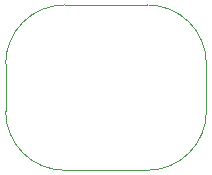
<source format=gbr>
%TF.GenerationSoftware,KiCad,Pcbnew,7.0.9*%
%TF.CreationDate,2024-07-21T15:20:36+08:00*%
%TF.ProjectId,DC-DC boost,44432d44-4320-4626-9f6f-73742e6b6963,rev?*%
%TF.SameCoordinates,Original*%
%TF.FileFunction,Profile,NP*%
%FSLAX46Y46*%
G04 Gerber Fmt 4.6, Leading zero omitted, Abs format (unit mm)*
G04 Created by KiCad (PCBNEW 7.0.9) date 2024-07-21 15:20:36*
%MOMM*%
%LPD*%
G01*
G04 APERTURE LIST*
%TA.AperFunction,Profile*%
%ADD10C,0.100000*%
%TD*%
G04 APERTURE END LIST*
D10*
X115000000Y-89000000D02*
G75*
G03*
X120000000Y-94000000I5000000J0D01*
G01*
X132000000Y-85000000D02*
G75*
G03*
X127000000Y-80000000I-5000000J0D01*
G01*
X115000000Y-85000000D02*
X115000000Y-89000000D01*
X127000000Y-94000000D02*
X120000000Y-94000000D01*
X132000000Y-85000000D02*
X132000000Y-89000000D01*
X120000000Y-80000000D02*
G75*
G03*
X115000000Y-85000000I0J-5000000D01*
G01*
X127000000Y-94000000D02*
G75*
G03*
X132000000Y-89000000I0J5000000D01*
G01*
X127000000Y-80000000D02*
X120000000Y-80000000D01*
M02*

</source>
